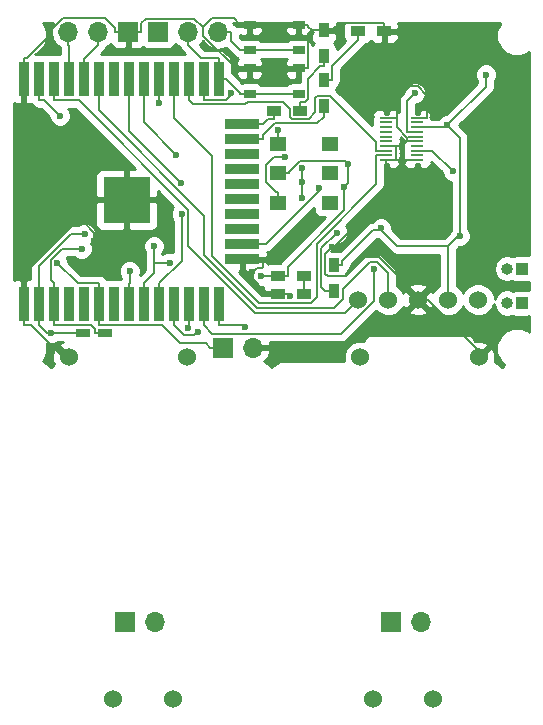
<source format=gtl>
G04 #@! TF.FileFunction,Copper,L1,Top,Signal*
%FSLAX46Y46*%
G04 Gerber Fmt 4.6, Leading zero omitted, Abs format (unit mm)*
G04 Created by KiCad (PCBNEW 4.0.1-stable) date 2019/02/07 19:56:50*
%MOMM*%
G01*
G04 APERTURE LIST*
%ADD10C,0.100000*%
%ADD11R,1.200000X0.750000*%
%ADD12R,0.900000X1.200000*%
%ADD13R,1.200000X0.900000*%
%ADD14R,1.700000X1.700000*%
%ADD15O,1.700000X1.700000*%
%ADD16R,1.000000X1.000000*%
%ADD17O,1.000000X1.000000*%
%ADD18C,1.524000*%
%ADD19R,1.050000X0.650000*%
%ADD20R,1.400000X1.200000*%
%ADD21R,0.900000X3.000000*%
%ADD22R,3.000000X0.900000*%
%ADD23R,4.000000X4.000000*%
%ADD24R,1.140000X0.200000*%
%ADD25C,0.600000*%
%ADD26C,0.180000*%
%ADD27C,0.254000*%
G04 APERTURE END LIST*
D10*
D11*
X86500000Y-116950000D03*
X88400000Y-116950000D03*
D12*
X106900000Y-91300000D03*
X106900000Y-93500000D03*
D13*
X112000000Y-91400000D03*
X109800000Y-91400000D03*
X105200000Y-112100000D03*
X103000000Y-112100000D03*
D14*
X92870000Y-91430000D03*
D15*
X95410000Y-91430000D03*
X97950000Y-91430000D03*
D14*
X90330000Y-91430000D03*
D15*
X87790000Y-91430000D03*
X85250000Y-91430000D03*
D16*
X123700000Y-111500000D03*
D17*
X122430000Y-111500000D03*
D16*
X123700000Y-114400000D03*
D17*
X122430000Y-114400000D03*
D14*
X98400000Y-118200000D03*
D15*
X100940000Y-118200000D03*
D18*
X95300000Y-119000000D03*
X85300000Y-119000000D03*
X110000000Y-119000000D03*
X120000000Y-119000000D03*
D13*
X104900000Y-98100000D03*
X102700000Y-98100000D03*
D12*
X106900000Y-95550000D03*
X106900000Y-97750000D03*
X107750000Y-111200000D03*
X107750000Y-113400000D03*
D13*
X105200000Y-113600000D03*
X103000000Y-113600000D03*
D19*
X100625000Y-90825000D03*
X104775000Y-90825000D03*
X100625000Y-92975000D03*
X104775000Y-92975000D03*
X104775000Y-96675000D03*
X100625000Y-96675000D03*
X104775000Y-94525000D03*
X100625000Y-94525000D03*
D20*
X103000000Y-100900000D03*
X103000000Y-103400000D03*
X103000000Y-105900000D03*
X107400000Y-100900000D03*
X107400000Y-103400000D03*
X107400000Y-105900000D03*
D21*
X81500000Y-114500000D03*
X82770000Y-114500000D03*
X84040000Y-114500000D03*
X85310000Y-114500000D03*
X86580000Y-114500000D03*
X87850000Y-114500000D03*
X89120000Y-114500000D03*
X90390000Y-114500000D03*
X91660000Y-114500000D03*
X92930000Y-114500000D03*
X94200000Y-114500000D03*
X95470000Y-114500000D03*
X96740000Y-114500000D03*
X98010000Y-114500000D03*
D22*
X100000000Y-110700000D03*
X99950000Y-109420000D03*
X99950000Y-108150000D03*
X99950000Y-106880000D03*
X99950000Y-105610000D03*
X99950000Y-104340000D03*
X99950000Y-103070000D03*
X99950000Y-101800000D03*
X99950000Y-100530000D03*
X99950000Y-99260000D03*
D21*
X98010000Y-95450000D03*
X96740000Y-95450000D03*
X95470000Y-95450000D03*
X94200000Y-95450000D03*
X92930000Y-95450000D03*
X91660000Y-95450000D03*
X90390000Y-95450000D03*
X89120000Y-95450000D03*
X87850000Y-95450000D03*
X86580000Y-95450000D03*
X85310000Y-95450000D03*
X84040000Y-95450000D03*
X82770000Y-95450000D03*
X81500000Y-95450000D03*
D23*
X90200000Y-105650000D03*
D24*
X114820000Y-102300000D03*
X112180000Y-102300000D03*
X114820000Y-101900000D03*
X112180000Y-101900000D03*
X114820000Y-101500000D03*
X112180000Y-101500000D03*
X114820000Y-101100000D03*
X112180000Y-101100000D03*
X114820000Y-100700000D03*
X112180000Y-100700000D03*
X114820000Y-100300000D03*
X112180000Y-100300000D03*
X114820000Y-99900000D03*
X112180000Y-99900000D03*
X114820000Y-99500000D03*
X112180000Y-99500000D03*
X114820000Y-99100000D03*
X112180000Y-99100000D03*
X114820000Y-98700000D03*
X112180000Y-98700000D03*
D18*
X109800000Y-114100000D03*
X112340000Y-114100000D03*
X114880000Y-114100000D03*
X117420000Y-114100000D03*
X119960000Y-114100000D03*
X89060000Y-147900000D03*
X94140000Y-147900000D03*
X111060000Y-147900000D03*
X116140000Y-147900000D03*
D14*
X90100000Y-141400000D03*
D15*
X92640000Y-141400000D03*
D14*
X112600000Y-141400000D03*
D15*
X115140000Y-141400000D03*
D25*
X117342400Y-99362500D03*
X120630200Y-95051600D03*
X111732300Y-108078900D03*
X118425000Y-108726200D03*
X86685800Y-108526500D03*
X83819500Y-116950000D03*
X105086300Y-102964500D03*
X105086300Y-105480800D03*
X105086300Y-104180900D03*
X86400000Y-109783600D03*
X87471600Y-109108000D03*
X100843400Y-111754600D03*
X104081500Y-113822100D03*
X107594300Y-109661200D03*
X112000000Y-92610000D03*
X101588700Y-112113100D03*
X108637900Y-104564100D03*
X108936000Y-102627000D03*
X114634500Y-96630800D03*
X84350200Y-111000200D03*
X117830600Y-103241200D03*
X92517300Y-109567400D03*
X93846800Y-110990900D03*
X90459200Y-111679700D03*
X103621400Y-101996800D03*
X103000000Y-99776500D03*
X100269600Y-116432800D03*
X92930000Y-97438400D03*
X84556400Y-98538900D03*
X94429700Y-101835900D03*
X94838900Y-104247400D03*
X108048900Y-108443500D03*
X94859800Y-106855200D03*
X96251800Y-116814300D03*
X95436100Y-116496100D03*
X111150400Y-111526700D03*
X106517900Y-104627600D03*
X99042200Y-96638800D03*
D26*
X114820000Y-99500000D02*
X115660300Y-99500000D01*
X117204900Y-99500000D02*
X117342400Y-99362500D01*
X115660300Y-99500000D02*
X117204900Y-99500000D01*
X120630200Y-96074700D02*
X120630200Y-95051600D01*
X117342400Y-99362500D02*
X120630200Y-96074700D01*
X117420000Y-114100000D02*
X117420000Y-109575700D01*
X118425000Y-100445100D02*
X117342400Y-99362500D01*
X118425000Y-108726200D02*
X118425000Y-100445100D01*
X118269500Y-108726200D02*
X118425000Y-108726200D01*
X117420000Y-109575700D02*
X118269500Y-108726200D01*
X82770000Y-114500000D02*
X82770000Y-116270300D01*
X107750000Y-111200000D02*
X108470300Y-111200000D01*
X111732300Y-108209300D02*
X111732300Y-108078900D01*
X113098700Y-109575700D02*
X111732300Y-108209300D01*
X117420000Y-109575700D02*
X113098700Y-109575700D01*
X108470300Y-110839800D02*
X108470300Y-111200000D01*
X111100800Y-108209300D02*
X108470300Y-110839800D01*
X111732300Y-108209300D02*
X111100800Y-108209300D01*
X105086300Y-102964500D02*
X105086300Y-104180900D01*
X83449700Y-116950000D02*
X83819500Y-116950000D01*
X82770000Y-116270300D02*
X83449700Y-116950000D01*
X83819500Y-116950000D02*
X86500000Y-116950000D01*
X82770000Y-111244300D02*
X82770000Y-114500000D01*
X85487800Y-108526500D02*
X82770000Y-111244300D01*
X86685800Y-108526500D02*
X85487800Y-108526500D01*
X105086300Y-104180900D02*
X105086300Y-105480800D01*
X104775000Y-92975000D02*
X100625000Y-92975000D01*
X88400000Y-116950000D02*
X87529700Y-116950000D01*
X84040000Y-115385100D02*
X84040000Y-116270300D01*
X99070300Y-92215600D02*
X99829700Y-92975000D01*
X99070300Y-91430000D02*
X99070300Y-92215600D01*
X100625000Y-92975000D02*
X99829700Y-92975000D01*
X97950000Y-91430000D02*
X99070300Y-91430000D01*
X87529700Y-116598400D02*
X87529700Y-116950000D01*
X87201600Y-116270300D02*
X87529700Y-116598400D01*
X84040000Y-116270300D02*
X87201600Y-116270300D01*
X84040000Y-115385100D02*
X84040000Y-114500000D01*
X84040000Y-114500000D02*
X84040000Y-112729700D01*
X84740400Y-109783600D02*
X86400000Y-109783600D01*
X83779800Y-110744200D02*
X84740400Y-109783600D01*
X83779800Y-112469500D02*
X83779800Y-110744200D01*
X84040000Y-112729700D02*
X83779800Y-112469500D01*
X114820000Y-100300000D02*
X114420000Y-100300000D01*
X114820000Y-100700000D02*
X113979700Y-100700000D01*
X106900000Y-91300000D02*
X106179700Y-91300000D01*
X81765200Y-93679700D02*
X81500000Y-93679700D01*
X83727600Y-91717300D02*
X81765200Y-93679700D01*
X83727600Y-91367900D02*
X83727600Y-91717300D01*
X84815100Y-90280400D02*
X83727600Y-91367900D01*
X88340200Y-90280400D02*
X84815100Y-90280400D01*
X89209700Y-91149900D02*
X88340200Y-90280400D01*
X89209700Y-91430000D02*
X89209700Y-91149900D01*
X90330000Y-91430000D02*
X89209700Y-91430000D01*
X81500000Y-95450000D02*
X81500000Y-93679700D01*
X90200000Y-105650000D02*
X87929700Y-105650000D01*
X81500000Y-99220300D02*
X87929700Y-105650000D01*
X81500000Y-95450000D02*
X81500000Y-99220300D01*
X104775000Y-94525000D02*
X105570300Y-94525000D01*
X112180000Y-98700000D02*
X113020300Y-98700000D01*
X112180000Y-101100000D02*
X113020300Y-101100000D01*
X112180000Y-102300000D02*
X113020300Y-102300000D01*
X114820000Y-102300000D02*
X113979700Y-102300000D01*
X113020300Y-102300000D02*
X113979700Y-102300000D01*
X113020300Y-102300000D02*
X113020300Y-101100000D01*
X113579700Y-101100000D02*
X113979700Y-100700000D01*
X113020300Y-101100000D02*
X113579700Y-101100000D01*
X114101900Y-100300000D02*
X113979700Y-100422200D01*
X114420000Y-100300000D02*
X114101900Y-100300000D01*
X113979700Y-100422200D02*
X113979700Y-100700000D01*
X86485500Y-107094200D02*
X86485500Y-107460500D01*
X87929700Y-105650000D02*
X86485500Y-107094200D01*
X103000000Y-113600000D02*
X102129700Y-113600000D01*
X100927400Y-111754600D02*
X100843400Y-111754600D01*
X100927400Y-112397700D02*
X100927400Y-111754600D01*
X102129700Y-113600000D02*
X100927400Y-112397700D01*
X101770300Y-111330300D02*
X101770300Y-110700000D01*
X101680300Y-111420300D02*
X101770300Y-111330300D01*
X101261700Y-111420300D02*
X101680300Y-111420300D01*
X100927400Y-111754600D02*
X101261700Y-111420300D01*
X100000000Y-110700000D02*
X101770300Y-110700000D01*
X103000000Y-113600000D02*
X103870300Y-113600000D01*
X104081500Y-113811200D02*
X104081500Y-113822100D01*
X103870300Y-113600000D02*
X104081500Y-113811200D01*
X113020300Y-98700000D02*
X113069000Y-98700000D01*
X113069000Y-99511500D02*
X113979700Y-100422200D01*
X113069000Y-98700000D02*
X113069000Y-99511500D01*
X114820000Y-98700000D02*
X115660300Y-98700000D01*
X115682800Y-114100000D02*
X114880000Y-114100000D01*
X120000000Y-118417200D02*
X115682800Y-114100000D01*
X120000000Y-119000000D02*
X120000000Y-118417200D01*
X108240600Y-90679700D02*
X107620300Y-91300000D01*
X112000000Y-90679700D02*
X108240600Y-90679700D01*
X112000000Y-91400000D02*
X112000000Y-90679700D01*
X106900000Y-91300000D02*
X107620300Y-91300000D01*
X87471600Y-108446600D02*
X87471600Y-109108000D01*
X86485500Y-107460500D02*
X87471600Y-108446600D01*
X90330000Y-91430000D02*
X91450300Y-91430000D01*
X100625000Y-94525000D02*
X99829700Y-94525000D01*
X104775000Y-90825000D02*
X105570300Y-90825000D01*
X105570300Y-90995300D02*
X105570300Y-90825000D01*
X105875000Y-91300000D02*
X105570300Y-90995300D01*
X106179700Y-91300000D02*
X105875000Y-91300000D01*
X105570300Y-91604700D02*
X105570300Y-94525000D01*
X105875000Y-91300000D02*
X105570300Y-91604700D01*
X104775000Y-90825000D02*
X100625000Y-90825000D01*
X97436700Y-90280400D02*
X96680000Y-91037100D01*
X99285100Y-90280400D02*
X97436700Y-90280400D01*
X99829700Y-90825000D02*
X99285100Y-90280400D01*
X96680000Y-91764800D02*
X96680000Y-91037100D01*
X99440200Y-94525000D02*
X96680000Y-91764800D01*
X99829700Y-94525000D02*
X99440200Y-94525000D01*
X91450300Y-90729800D02*
X91450300Y-91430000D01*
X91870400Y-90309700D02*
X91450300Y-90729800D01*
X95952600Y-90309700D02*
X91870400Y-90309700D01*
X96680000Y-91037100D02*
X95952600Y-90309700D01*
X100625000Y-90825000D02*
X99829700Y-90825000D01*
X114880000Y-113840300D02*
X114880000Y-114100000D01*
X111565400Y-110525700D02*
X114880000Y-113840300D01*
X110325000Y-110525700D02*
X111565400Y-110525700D01*
X108739900Y-112110800D02*
X110325000Y-110525700D01*
X107218800Y-112110800D02*
X108739900Y-112110800D01*
X107029700Y-111921700D02*
X107218800Y-112110800D01*
X107029700Y-110225800D02*
X107029700Y-111921700D01*
X107594300Y-109661200D02*
X107029700Y-110225800D01*
X112180000Y-105209500D02*
X112180000Y-102300000D01*
X107728300Y-109661200D02*
X112180000Y-105209500D01*
X107594300Y-109661200D02*
X107728300Y-109661200D01*
X113069000Y-97231800D02*
X114240400Y-96060400D01*
X113069000Y-98700000D02*
X113069000Y-97231800D01*
X115660300Y-96829100D02*
X115660300Y-98700000D01*
X114891600Y-96060400D02*
X115660300Y-96829100D01*
X114240400Y-96060400D02*
X114891600Y-96060400D01*
X112000000Y-93820000D02*
X112000000Y-92610000D01*
X114240400Y-96060400D02*
X112000000Y-93820000D01*
X112000000Y-92610000D02*
X112000000Y-91400000D01*
X81500000Y-111970600D02*
X81500000Y-114500000D01*
X86010100Y-107460500D02*
X81500000Y-111970600D01*
X86485500Y-107460500D02*
X86010100Y-107460500D01*
X84860200Y-119000000D02*
X85300000Y-119000000D01*
X82130500Y-116270300D02*
X84860200Y-119000000D01*
X81500000Y-116270300D02*
X82130500Y-116270300D01*
X81500000Y-114500000D02*
X81500000Y-116270300D01*
X103000000Y-103400000D02*
X103970300Y-103400000D01*
X103000000Y-112100000D02*
X103870300Y-112100000D01*
X103000000Y-112100000D02*
X102129700Y-112100000D01*
X102116600Y-112113100D02*
X101588700Y-112113100D01*
X102129700Y-112100000D02*
X102116600Y-112113100D01*
X103870300Y-111306000D02*
X103870300Y-112100000D01*
X108637900Y-106538400D02*
X103870300Y-111306000D01*
X108637900Y-104564100D02*
X108637900Y-106538400D01*
X108936000Y-104266000D02*
X108936000Y-102627000D01*
X108637900Y-104564100D02*
X108936000Y-104266000D01*
X103970300Y-103274000D02*
X103970300Y-103400000D01*
X104850100Y-102394200D02*
X103970300Y-103274000D01*
X108703200Y-102394200D02*
X104850100Y-102394200D01*
X108936000Y-102627000D02*
X108703200Y-102394200D01*
X113979700Y-97285600D02*
X114634500Y-96630800D01*
X113979700Y-99900000D02*
X113979700Y-97285600D01*
X114820000Y-99900000D02*
X113979700Y-99900000D01*
X96895400Y-117815700D02*
X97279700Y-118200000D01*
X94750600Y-117815700D02*
X96895400Y-117815700D01*
X93205200Y-116270300D02*
X94750600Y-117815700D01*
X87850000Y-116270300D02*
X93205200Y-116270300D01*
X98400000Y-118200000D02*
X97279700Y-118200000D01*
X87850000Y-115295100D02*
X87850000Y-116270300D01*
X87850000Y-115295100D02*
X87850000Y-114500000D01*
X86079700Y-112729700D02*
X84350200Y-111000200D01*
X87850000Y-112729700D02*
X86079700Y-112729700D01*
X87850000Y-114500000D02*
X87850000Y-112729700D01*
X106616000Y-94370300D02*
X106900000Y-94370300D01*
X105570400Y-95415900D02*
X106616000Y-94370300D01*
X105570400Y-97128400D02*
X105570400Y-95415900D01*
X105319100Y-97379700D02*
X105570400Y-97128400D01*
X104900000Y-97379700D02*
X105319100Y-97379700D01*
X104900000Y-98100000D02*
X104900000Y-97379700D01*
X106900000Y-93500000D02*
X106900000Y-94370300D01*
X107620300Y-94300000D02*
X109800000Y-92120300D01*
X107620300Y-95550000D02*
X107620300Y-94300000D01*
X106900000Y-95550000D02*
X107620300Y-95550000D01*
X109800000Y-91400000D02*
X109800000Y-92120300D01*
X116089400Y-101500000D02*
X117830600Y-103241200D01*
X114820000Y-101500000D02*
X116089400Y-101500000D01*
X105200000Y-113600000D02*
X105200000Y-112100000D01*
X91660000Y-114500000D02*
X91660000Y-112729700D01*
X92517300Y-110990900D02*
X93846800Y-110990900D01*
X92517300Y-111872400D02*
X92517300Y-110990900D01*
X91660000Y-112729700D02*
X92517300Y-111872400D01*
X92517300Y-110990900D02*
X92517300Y-109567400D01*
X90390000Y-114500000D02*
X90390000Y-112729700D01*
X90459200Y-112660500D02*
X90459200Y-111679700D01*
X90390000Y-112729700D02*
X90459200Y-112660500D01*
X103000000Y-105900000D02*
X103000000Y-105029700D01*
X103621400Y-101996900D02*
X103621400Y-101996800D01*
X102720900Y-101996900D02*
X103621400Y-101996900D01*
X102029600Y-102688200D02*
X102720900Y-101996900D01*
X102029600Y-104168100D02*
X102029600Y-102688200D01*
X102891200Y-105029700D02*
X102029600Y-104168100D01*
X103000000Y-105029700D02*
X102891200Y-105029700D01*
X100625000Y-96675000D02*
X104775000Y-96675000D01*
X100625000Y-96675000D02*
X99829700Y-96675000D01*
X95410000Y-91430000D02*
X95410000Y-92550300D01*
X96539400Y-93679700D02*
X95410000Y-92550300D01*
X98010000Y-93679700D02*
X96539400Y-93679700D01*
X98010000Y-95450000D02*
X98010000Y-93679700D01*
X98660000Y-95450000D02*
X98010000Y-95450000D01*
X99829700Y-96619700D02*
X98660000Y-95450000D01*
X99829700Y-96675000D02*
X99829700Y-96619700D01*
X86660600Y-93679700D02*
X87790000Y-92550300D01*
X86580000Y-93679700D02*
X86660600Y-93679700D01*
X87790000Y-91430000D02*
X87790000Y-92550300D01*
X86580000Y-95450000D02*
X86580000Y-93679700D01*
X85310000Y-92610300D02*
X85250000Y-92550300D01*
X85310000Y-95450000D02*
X85310000Y-92610300D01*
X85250000Y-91430000D02*
X85250000Y-92550300D01*
X103000000Y-100900000D02*
X103000000Y-99776500D01*
X100107100Y-116270300D02*
X100269600Y-116432800D01*
X98010000Y-116270300D02*
X100107100Y-116270300D01*
X98010000Y-114500000D02*
X98010000Y-116270300D01*
X92930000Y-95450000D02*
X92930000Y-97438400D01*
X82770000Y-95450000D02*
X82770000Y-97220300D01*
X83237800Y-97220300D02*
X82770000Y-97220300D01*
X84556400Y-98538900D02*
X83237800Y-97220300D01*
X91660000Y-99066200D02*
X91660000Y-95450000D01*
X94429700Y-101835900D02*
X91660000Y-99066200D01*
X90390000Y-99798500D02*
X90390000Y-95450000D01*
X94838900Y-104247400D02*
X90390000Y-99798500D01*
X102160000Y-98820300D02*
X102700000Y-98820300D01*
X101720300Y-99260000D02*
X102160000Y-98820300D01*
X99950000Y-99260000D02*
X101720300Y-99260000D01*
X102700000Y-98100000D02*
X102700000Y-98820300D01*
X106339500Y-99180800D02*
X106900000Y-98620300D01*
X102730000Y-99180800D02*
X106339500Y-99180800D01*
X101720300Y-100190500D02*
X102730000Y-99180800D01*
X101720300Y-100530000D02*
X101720300Y-100190500D01*
X99950000Y-100530000D02*
X101720300Y-100530000D01*
X106900000Y-97750000D02*
X106900000Y-98620300D01*
X107750000Y-113400000D02*
X107029700Y-113400000D01*
X106669400Y-113039700D02*
X107029700Y-113400000D01*
X106669400Y-109779600D02*
X106669400Y-113039700D01*
X108005500Y-108443500D02*
X106669400Y-109779600D01*
X108048900Y-108443500D02*
X108005500Y-108443500D01*
X92930000Y-114500000D02*
X92930000Y-112729700D01*
X94859800Y-110799900D02*
X92930000Y-112729700D01*
X94859800Y-106855200D02*
X94859800Y-110799900D01*
X95076300Y-117146600D02*
X94200000Y-116270300D01*
X95919500Y-117146600D02*
X95076300Y-117146600D01*
X96251800Y-116814300D02*
X95919500Y-117146600D01*
X94200000Y-114500000D02*
X94200000Y-116270300D01*
X95436100Y-116304200D02*
X95436100Y-116496100D01*
X95470000Y-116270300D02*
X95436100Y-116304200D01*
X95470000Y-114500000D02*
X95470000Y-116270300D01*
X96740000Y-114500000D02*
X96740000Y-116270300D01*
X111150400Y-114238700D02*
X111150400Y-111526700D01*
X108386000Y-117003100D02*
X111150400Y-114238700D01*
X97472800Y-117003100D02*
X108386000Y-117003100D01*
X96740000Y-116270300D02*
X97472800Y-117003100D01*
X101975500Y-109420000D02*
X99950000Y-109420000D01*
X106517900Y-104877600D02*
X101975500Y-109420000D01*
X106517900Y-104627600D02*
X106517900Y-104877600D01*
X98606200Y-97220300D02*
X96740000Y-97220300D01*
X99042200Y-96784300D02*
X98606200Y-97220300D01*
X99042200Y-96638800D02*
X99042200Y-96784300D01*
X96740000Y-95450000D02*
X96740000Y-97220300D01*
X95838300Y-97588600D02*
X95470000Y-97220300D01*
X100267400Y-97588600D02*
X95838300Y-97588600D01*
X100476400Y-97379600D02*
X100267400Y-97588600D01*
X103468800Y-97379600D02*
X100476400Y-97379600D01*
X104029700Y-97940500D02*
X103468800Y-97379600D01*
X104029700Y-98661900D02*
X104029700Y-97940500D01*
X104188100Y-98820300D02*
X104029700Y-98661900D01*
X105612900Y-98820300D02*
X104188100Y-98820300D01*
X106179600Y-98253600D02*
X105612900Y-98820300D01*
X106179600Y-97028900D02*
X106179600Y-98253600D01*
X106360500Y-96848000D02*
X106179600Y-97028900D01*
X107443600Y-96848000D02*
X106360500Y-96848000D01*
X111339700Y-100744100D02*
X107443600Y-96848000D01*
X111339700Y-101500000D02*
X111339700Y-100744100D01*
X112180000Y-101500000D02*
X111339700Y-101500000D01*
X95470000Y-95450000D02*
X95470000Y-97220300D01*
X112180000Y-101900000D02*
X111339700Y-101900000D01*
X94200000Y-98735700D02*
X94200000Y-95450000D01*
X97401300Y-101937000D02*
X94200000Y-98735700D01*
X97401300Y-110433500D02*
X97401300Y-101937000D01*
X101381600Y-114413800D02*
X97401300Y-110433500D01*
X105821100Y-114413800D02*
X101381600Y-114413800D01*
X106309100Y-113925800D02*
X105821100Y-114413800D01*
X106309100Y-109376800D02*
X106309100Y-113925800D01*
X111339700Y-104346200D02*
X106309100Y-109376800D01*
X111339700Y-101900000D02*
X111339700Y-104346200D01*
X87850000Y-98094500D02*
X87850000Y-95450000D01*
X96760800Y-107005300D02*
X87850000Y-98094500D01*
X96760800Y-110348900D02*
X96760800Y-107005300D01*
X101255500Y-114843600D02*
X96760800Y-110348900D01*
X107806700Y-114843600D02*
X101255500Y-114843600D01*
X108565300Y-114085000D02*
X107806700Y-114843600D01*
X108565300Y-113230000D02*
X108565300Y-114085000D01*
X110852400Y-110942900D02*
X108565300Y-113230000D01*
X111415900Y-110942900D02*
X110852400Y-110942900D01*
X112340000Y-111867000D02*
X111415900Y-110942900D01*
X112340000Y-114100000D02*
X112340000Y-111867000D01*
X84040000Y-95450000D02*
X84040000Y-97220300D01*
X86163000Y-97220300D02*
X84040000Y-97220300D01*
X95430100Y-106487400D02*
X86163000Y-97220300D01*
X95430100Y-109527900D02*
X95430100Y-106487400D01*
X101106200Y-115204000D02*
X95430100Y-109527900D01*
X108696000Y-115204000D02*
X101106200Y-115204000D01*
X109800000Y-114100000D02*
X108696000Y-115204000D01*
D27*
G36*
X111487243Y-108989547D02*
X112586047Y-110088352D01*
X112708223Y-110169987D01*
X112821255Y-110245513D01*
X113098700Y-110300700D01*
X116695000Y-110300700D01*
X116695000Y-112888007D01*
X116629697Y-112914990D01*
X116236371Y-113307630D01*
X116156605Y-113499727D01*
X116102397Y-113368857D01*
X115860213Y-113299392D01*
X115059605Y-114100000D01*
X115860213Y-114900608D01*
X116102397Y-114831143D01*
X116152509Y-114690682D01*
X116234990Y-114890303D01*
X116627630Y-115283629D01*
X117140900Y-115496757D01*
X117696661Y-115497242D01*
X118210303Y-115285010D01*
X118603629Y-114892370D01*
X118689949Y-114684488D01*
X118774990Y-114890303D01*
X119167630Y-115283629D01*
X119680900Y-115496757D01*
X120236661Y-115497242D01*
X120750303Y-115285010D01*
X121143629Y-114892370D01*
X121309201Y-114493628D01*
X121381397Y-114856582D01*
X121627434Y-115224802D01*
X121995654Y-115470839D01*
X122430000Y-115557236D01*
X122864346Y-115470839D01*
X122887759Y-115455195D01*
X122948110Y-115496431D01*
X123200000Y-115547440D01*
X124200000Y-115547440D01*
X124290000Y-115530505D01*
X124290000Y-116836012D01*
X124234082Y-116779996D01*
X123596627Y-116515301D01*
X122906401Y-116514699D01*
X122268485Y-116778281D01*
X121779996Y-117265918D01*
X121515301Y-117903373D01*
X121514699Y-118593599D01*
X121778281Y-119231515D01*
X122177082Y-119631013D01*
X122152142Y-119655954D01*
X122056105Y-119751990D01*
X122000000Y-119835955D01*
X121943895Y-119751989D01*
X121797448Y-119605544D01*
X121748010Y-119556105D01*
X121585800Y-119447718D01*
X121585797Y-119447717D01*
X121585796Y-119447716D01*
X121357283Y-119353063D01*
X121409144Y-119207698D01*
X121381362Y-118652632D01*
X121222397Y-118268857D01*
X120980213Y-118199392D01*
X120179605Y-119000000D01*
X120193748Y-119014143D01*
X120014143Y-119193748D01*
X120000000Y-119179605D01*
X119985858Y-119193748D01*
X119806253Y-119014143D01*
X119820395Y-119000000D01*
X119806253Y-118985858D01*
X119985858Y-118806253D01*
X120000000Y-118820395D01*
X120800608Y-118019787D01*
X120731143Y-117777603D01*
X120207698Y-117590856D01*
X119673715Y-117617583D01*
X119655954Y-117528295D01*
X119502046Y-117297954D01*
X119271705Y-117144046D01*
X119000000Y-117090000D01*
X111000000Y-117090000D01*
X110728295Y-117144046D01*
X110497954Y-117297954D01*
X110344046Y-117528295D01*
X110325320Y-117622435D01*
X110279100Y-117603243D01*
X109723339Y-117602758D01*
X109209697Y-117814990D01*
X108816371Y-118207630D01*
X108603243Y-118720900D01*
X108602758Y-119276661D01*
X108608270Y-119290000D01*
X103500000Y-119290000D01*
X103431416Y-119303642D01*
X103170145Y-119341702D01*
X102914204Y-119447716D01*
X102914203Y-119447717D01*
X102914200Y-119447718D01*
X102751989Y-119556105D01*
X102652142Y-119655954D01*
X102556105Y-119751990D01*
X102500000Y-119835955D01*
X102443895Y-119751989D01*
X102297448Y-119605544D01*
X102248010Y-119556105D01*
X102085800Y-119447718D01*
X102085797Y-119447717D01*
X102085796Y-119447716D01*
X101843368Y-119347299D01*
X102135183Y-119081358D01*
X102381486Y-118556892D01*
X102260819Y-118327000D01*
X101067000Y-118327000D01*
X101067000Y-118347000D01*
X100813000Y-118347000D01*
X100813000Y-118327000D01*
X100793000Y-118327000D01*
X100793000Y-118073000D01*
X100813000Y-118073000D01*
X100813000Y-118053000D01*
X101067000Y-118053000D01*
X101067000Y-118073000D01*
X102260819Y-118073000D01*
X102381486Y-117843108D01*
X102327475Y-117728100D01*
X108386000Y-117728100D01*
X108617415Y-117682069D01*
X108663446Y-117672913D01*
X108898652Y-117515752D01*
X111339384Y-115075020D01*
X111547630Y-115283629D01*
X112060900Y-115496757D01*
X112616661Y-115497242D01*
X113130303Y-115285010D01*
X113335457Y-115080213D01*
X114079392Y-115080213D01*
X114148857Y-115322397D01*
X114672302Y-115509144D01*
X115227368Y-115481362D01*
X115611143Y-115322397D01*
X115680608Y-115080213D01*
X114880000Y-114279605D01*
X114079392Y-115080213D01*
X113335457Y-115080213D01*
X113523629Y-114892370D01*
X113603395Y-114700273D01*
X113657603Y-114831143D01*
X113899787Y-114900608D01*
X114700395Y-114100000D01*
X113899787Y-113299392D01*
X113657603Y-113368857D01*
X113607491Y-113509318D01*
X113525010Y-113309697D01*
X113335432Y-113119787D01*
X114079392Y-113119787D01*
X114880000Y-113920395D01*
X115680608Y-113119787D01*
X115611143Y-112877603D01*
X115087698Y-112690856D01*
X114532632Y-112718638D01*
X114148857Y-112877603D01*
X114079392Y-113119787D01*
X113335432Y-113119787D01*
X113132370Y-112916371D01*
X113065000Y-112888397D01*
X113065000Y-111867000D01*
X113040634Y-111744501D01*
X113009813Y-111589554D01*
X112852653Y-111354348D01*
X111928552Y-110430248D01*
X111693346Y-110273087D01*
X111647315Y-110263931D01*
X111415900Y-110217900D01*
X110852400Y-110217900D01*
X110574954Y-110273087D01*
X110339748Y-110430247D01*
X108816320Y-111953676D01*
X108846691Y-111803699D01*
X108982952Y-111712652D01*
X109140113Y-111477445D01*
X109195300Y-111200000D01*
X109195300Y-111140104D01*
X111387341Y-108948064D01*
X111487243Y-108989547D01*
X111487243Y-108989547D01*
G37*
X111487243Y-108989547D02*
X112586047Y-110088352D01*
X112708223Y-110169987D01*
X112821255Y-110245513D01*
X113098700Y-110300700D01*
X116695000Y-110300700D01*
X116695000Y-112888007D01*
X116629697Y-112914990D01*
X116236371Y-113307630D01*
X116156605Y-113499727D01*
X116102397Y-113368857D01*
X115860213Y-113299392D01*
X115059605Y-114100000D01*
X115860213Y-114900608D01*
X116102397Y-114831143D01*
X116152509Y-114690682D01*
X116234990Y-114890303D01*
X116627630Y-115283629D01*
X117140900Y-115496757D01*
X117696661Y-115497242D01*
X118210303Y-115285010D01*
X118603629Y-114892370D01*
X118689949Y-114684488D01*
X118774990Y-114890303D01*
X119167630Y-115283629D01*
X119680900Y-115496757D01*
X120236661Y-115497242D01*
X120750303Y-115285010D01*
X121143629Y-114892370D01*
X121309201Y-114493628D01*
X121381397Y-114856582D01*
X121627434Y-115224802D01*
X121995654Y-115470839D01*
X122430000Y-115557236D01*
X122864346Y-115470839D01*
X122887759Y-115455195D01*
X122948110Y-115496431D01*
X123200000Y-115547440D01*
X124200000Y-115547440D01*
X124290000Y-115530505D01*
X124290000Y-116836012D01*
X124234082Y-116779996D01*
X123596627Y-116515301D01*
X122906401Y-116514699D01*
X122268485Y-116778281D01*
X121779996Y-117265918D01*
X121515301Y-117903373D01*
X121514699Y-118593599D01*
X121778281Y-119231515D01*
X122177082Y-119631013D01*
X122152142Y-119655954D01*
X122056105Y-119751990D01*
X122000000Y-119835955D01*
X121943895Y-119751989D01*
X121797448Y-119605544D01*
X121748010Y-119556105D01*
X121585800Y-119447718D01*
X121585797Y-119447717D01*
X121585796Y-119447716D01*
X121357283Y-119353063D01*
X121409144Y-119207698D01*
X121381362Y-118652632D01*
X121222397Y-118268857D01*
X120980213Y-118199392D01*
X120179605Y-119000000D01*
X120193748Y-119014143D01*
X120014143Y-119193748D01*
X120000000Y-119179605D01*
X119985858Y-119193748D01*
X119806253Y-119014143D01*
X119820395Y-119000000D01*
X119806253Y-118985858D01*
X119985858Y-118806253D01*
X120000000Y-118820395D01*
X120800608Y-118019787D01*
X120731143Y-117777603D01*
X120207698Y-117590856D01*
X119673715Y-117617583D01*
X119655954Y-117528295D01*
X119502046Y-117297954D01*
X119271705Y-117144046D01*
X119000000Y-117090000D01*
X111000000Y-117090000D01*
X110728295Y-117144046D01*
X110497954Y-117297954D01*
X110344046Y-117528295D01*
X110325320Y-117622435D01*
X110279100Y-117603243D01*
X109723339Y-117602758D01*
X109209697Y-117814990D01*
X108816371Y-118207630D01*
X108603243Y-118720900D01*
X108602758Y-119276661D01*
X108608270Y-119290000D01*
X103500000Y-119290000D01*
X103431416Y-119303642D01*
X103170145Y-119341702D01*
X102914204Y-119447716D01*
X102914203Y-119447717D01*
X102914200Y-119447718D01*
X102751989Y-119556105D01*
X102652142Y-119655954D01*
X102556105Y-119751990D01*
X102500000Y-119835955D01*
X102443895Y-119751989D01*
X102297448Y-119605544D01*
X102248010Y-119556105D01*
X102085800Y-119447718D01*
X102085797Y-119447717D01*
X102085796Y-119447716D01*
X101843368Y-119347299D01*
X102135183Y-119081358D01*
X102381486Y-118556892D01*
X102260819Y-118327000D01*
X101067000Y-118327000D01*
X101067000Y-118347000D01*
X100813000Y-118347000D01*
X100813000Y-118327000D01*
X100793000Y-118327000D01*
X100793000Y-118073000D01*
X100813000Y-118073000D01*
X100813000Y-118053000D01*
X101067000Y-118053000D01*
X101067000Y-118073000D01*
X102260819Y-118073000D01*
X102381486Y-117843108D01*
X102327475Y-117728100D01*
X108386000Y-117728100D01*
X108617415Y-117682069D01*
X108663446Y-117672913D01*
X108898652Y-117515752D01*
X111339384Y-115075020D01*
X111547630Y-115283629D01*
X112060900Y-115496757D01*
X112616661Y-115497242D01*
X113130303Y-115285010D01*
X113335457Y-115080213D01*
X114079392Y-115080213D01*
X114148857Y-115322397D01*
X114672302Y-115509144D01*
X115227368Y-115481362D01*
X115611143Y-115322397D01*
X115680608Y-115080213D01*
X114880000Y-114279605D01*
X114079392Y-115080213D01*
X113335457Y-115080213D01*
X113523629Y-114892370D01*
X113603395Y-114700273D01*
X113657603Y-114831143D01*
X113899787Y-114900608D01*
X114700395Y-114100000D01*
X113899787Y-113299392D01*
X113657603Y-113368857D01*
X113607491Y-113509318D01*
X113525010Y-113309697D01*
X113335432Y-113119787D01*
X114079392Y-113119787D01*
X114880000Y-113920395D01*
X115680608Y-113119787D01*
X115611143Y-112877603D01*
X115087698Y-112690856D01*
X114532632Y-112718638D01*
X114148857Y-112877603D01*
X114079392Y-113119787D01*
X113335432Y-113119787D01*
X113132370Y-112916371D01*
X113065000Y-112888397D01*
X113065000Y-111867000D01*
X113040634Y-111744501D01*
X113009813Y-111589554D01*
X112852653Y-111354348D01*
X111928552Y-110430248D01*
X111693346Y-110273087D01*
X111647315Y-110263931D01*
X111415900Y-110217900D01*
X110852400Y-110217900D01*
X110574954Y-110273087D01*
X110339748Y-110430247D01*
X108816320Y-111953676D01*
X108846691Y-111803699D01*
X108982952Y-111712652D01*
X109140113Y-111477445D01*
X109195300Y-111200000D01*
X109195300Y-111140104D01*
X111387341Y-108948064D01*
X111487243Y-108989547D01*
G36*
X84568857Y-117777603D02*
X84499392Y-118019787D01*
X85300000Y-118820395D01*
X85314143Y-118806253D01*
X85493748Y-118985858D01*
X85479605Y-119000000D01*
X85493748Y-119014143D01*
X85314143Y-119193748D01*
X85300000Y-119179605D01*
X85285858Y-119193748D01*
X85106253Y-119014143D01*
X85120395Y-119000000D01*
X84319787Y-118199392D01*
X84077603Y-118268857D01*
X83890856Y-118792302D01*
X83918638Y-119347368D01*
X84018833Y-119589261D01*
X83952142Y-119655954D01*
X83856105Y-119751990D01*
X83800000Y-119835955D01*
X83743895Y-119751989D01*
X83597448Y-119605544D01*
X83548010Y-119556105D01*
X83385800Y-119447718D01*
X83385797Y-119447717D01*
X83385796Y-119447716D01*
X83129856Y-119341702D01*
X83115130Y-119338773D01*
X83220004Y-119234082D01*
X83484699Y-118596627D01*
X83485301Y-117906401D01*
X83444018Y-117806490D01*
X83632701Y-117884838D01*
X84004667Y-117885162D01*
X84348443Y-117743117D01*
X84416679Y-117675000D01*
X84816562Y-117675000D01*
X84568857Y-117777603D01*
X84568857Y-117777603D01*
G37*
X84568857Y-117777603D02*
X84499392Y-118019787D01*
X85300000Y-118820395D01*
X85314143Y-118806253D01*
X85493748Y-118985858D01*
X85479605Y-119000000D01*
X85493748Y-119014143D01*
X85314143Y-119193748D01*
X85300000Y-119179605D01*
X85285858Y-119193748D01*
X85106253Y-119014143D01*
X85120395Y-119000000D01*
X84319787Y-118199392D01*
X84077603Y-118268857D01*
X83890856Y-118792302D01*
X83918638Y-119347368D01*
X84018833Y-119589261D01*
X83952142Y-119655954D01*
X83856105Y-119751990D01*
X83800000Y-119835955D01*
X83743895Y-119751989D01*
X83597448Y-119605544D01*
X83548010Y-119556105D01*
X83385800Y-119447718D01*
X83385797Y-119447717D01*
X83385796Y-119447716D01*
X83129856Y-119341702D01*
X83115130Y-119338773D01*
X83220004Y-119234082D01*
X83484699Y-118596627D01*
X83485301Y-117906401D01*
X83444018Y-117806490D01*
X83632701Y-117884838D01*
X84004667Y-117885162D01*
X84348443Y-117743117D01*
X84416679Y-117675000D01*
X84816562Y-117675000D01*
X84568857Y-117777603D01*
G36*
X81627000Y-95323000D02*
X81647000Y-95323000D01*
X81647000Y-95577000D01*
X81627000Y-95577000D01*
X81627000Y-97426250D01*
X81785750Y-97585000D01*
X82076310Y-97585000D01*
X82136156Y-97560211D01*
X82142828Y-97561562D01*
X82257348Y-97732952D01*
X82492555Y-97890113D01*
X82770000Y-97945300D01*
X82937496Y-97945300D01*
X83621321Y-98629125D01*
X83621238Y-98724067D01*
X83763283Y-99067843D01*
X84026073Y-99331092D01*
X84369601Y-99473738D01*
X84741567Y-99474062D01*
X85085343Y-99332017D01*
X85348592Y-99069227D01*
X85491238Y-98725699D01*
X85491562Y-98353733D01*
X85349517Y-98009957D01*
X85284973Y-97945300D01*
X85862696Y-97945300D01*
X90932395Y-103015000D01*
X90485750Y-103015000D01*
X90327000Y-103173750D01*
X90327000Y-105523000D01*
X92676250Y-105523000D01*
X92835000Y-105364250D01*
X92835000Y-104917605D01*
X94155014Y-106237619D01*
X94067608Y-106324873D01*
X93924962Y-106668401D01*
X93924638Y-107040367D01*
X94066683Y-107384143D01*
X94134800Y-107452379D01*
X94134800Y-110098085D01*
X94033599Y-110056062D01*
X93661633Y-110055738D01*
X93317857Y-110197783D01*
X93249621Y-110265900D01*
X93242300Y-110265900D01*
X93242300Y-110164802D01*
X93309492Y-110097727D01*
X93452138Y-109754199D01*
X93452462Y-109382233D01*
X93310417Y-109038457D01*
X93047627Y-108775208D01*
X92704099Y-108632562D01*
X92332133Y-108632238D01*
X91988357Y-108774283D01*
X91725108Y-109037073D01*
X91582462Y-109380601D01*
X91582138Y-109752567D01*
X91724183Y-110096343D01*
X91792300Y-110164579D01*
X91792300Y-111572095D01*
X91320288Y-112044108D01*
X91394038Y-111866499D01*
X91394362Y-111494533D01*
X91252317Y-111150757D01*
X90989527Y-110887508D01*
X90645999Y-110744862D01*
X90274033Y-110744538D01*
X89930257Y-110886583D01*
X89667008Y-111149373D01*
X89524362Y-111492901D01*
X89524038Y-111864867D01*
X89666083Y-112208643D01*
X89734200Y-112276879D01*
X89734200Y-112385811D01*
X89570000Y-112352560D01*
X88670000Y-112352560D01*
X88478208Y-112388648D01*
X88477172Y-112388438D01*
X88362652Y-112217048D01*
X88127445Y-112059887D01*
X87850000Y-112004700D01*
X86380005Y-112004700D01*
X85285279Y-110909975D01*
X85285362Y-110815033D01*
X85158747Y-110508600D01*
X85802598Y-110508600D01*
X85869673Y-110575792D01*
X86213201Y-110718438D01*
X86585167Y-110718762D01*
X86928943Y-110576717D01*
X87192192Y-110313927D01*
X87334838Y-109970399D01*
X87335162Y-109598433D01*
X87218435Y-109315931D01*
X87477992Y-109056827D01*
X87620638Y-108713299D01*
X87620962Y-108341333D01*
X87478917Y-107997557D01*
X87216127Y-107734308D01*
X86872599Y-107591662D01*
X86500633Y-107591338D01*
X86156857Y-107733383D01*
X86088621Y-107801500D01*
X85487800Y-107801500D01*
X85210354Y-107856687D01*
X84975148Y-108013847D01*
X82257348Y-110731648D01*
X82100187Y-110966854D01*
X82094040Y-110997757D01*
X82045000Y-111244300D01*
X82045000Y-112365000D01*
X81785750Y-112365000D01*
X81627000Y-112523750D01*
X81627000Y-114373000D01*
X81647000Y-114373000D01*
X81647000Y-114627000D01*
X81627000Y-114627000D01*
X81627000Y-114647000D01*
X81373000Y-114647000D01*
X81373000Y-114627000D01*
X81353000Y-114627000D01*
X81353000Y-114373000D01*
X81373000Y-114373000D01*
X81373000Y-112523750D01*
X81214250Y-112365000D01*
X80923690Y-112365000D01*
X80710000Y-112453513D01*
X80710000Y-105935750D01*
X87565000Y-105935750D01*
X87565000Y-107776309D01*
X87661673Y-108009698D01*
X87840301Y-108188327D01*
X88073690Y-108285000D01*
X89914250Y-108285000D01*
X90073000Y-108126250D01*
X90073000Y-105777000D01*
X90327000Y-105777000D01*
X90327000Y-108126250D01*
X90485750Y-108285000D01*
X92326310Y-108285000D01*
X92559699Y-108188327D01*
X92738327Y-108009698D01*
X92835000Y-107776309D01*
X92835000Y-105935750D01*
X92676250Y-105777000D01*
X90327000Y-105777000D01*
X90073000Y-105777000D01*
X87723750Y-105777000D01*
X87565000Y-105935750D01*
X80710000Y-105935750D01*
X80710000Y-103523691D01*
X87565000Y-103523691D01*
X87565000Y-105364250D01*
X87723750Y-105523000D01*
X90073000Y-105523000D01*
X90073000Y-103173750D01*
X89914250Y-103015000D01*
X88073690Y-103015000D01*
X87840301Y-103111673D01*
X87661673Y-103290302D01*
X87565000Y-103523691D01*
X80710000Y-103523691D01*
X80710000Y-97496487D01*
X80923690Y-97585000D01*
X81214250Y-97585000D01*
X81373000Y-97426250D01*
X81373000Y-95577000D01*
X81353000Y-95577000D01*
X81353000Y-95323000D01*
X81373000Y-95323000D01*
X81373000Y-95303000D01*
X81627000Y-95303000D01*
X81627000Y-95323000D01*
X81627000Y-95323000D01*
G37*
X81627000Y-95323000D02*
X81647000Y-95323000D01*
X81647000Y-95577000D01*
X81627000Y-95577000D01*
X81627000Y-97426250D01*
X81785750Y-97585000D01*
X82076310Y-97585000D01*
X82136156Y-97560211D01*
X82142828Y-97561562D01*
X82257348Y-97732952D01*
X82492555Y-97890113D01*
X82770000Y-97945300D01*
X82937496Y-97945300D01*
X83621321Y-98629125D01*
X83621238Y-98724067D01*
X83763283Y-99067843D01*
X84026073Y-99331092D01*
X84369601Y-99473738D01*
X84741567Y-99474062D01*
X85085343Y-99332017D01*
X85348592Y-99069227D01*
X85491238Y-98725699D01*
X85491562Y-98353733D01*
X85349517Y-98009957D01*
X85284973Y-97945300D01*
X85862696Y-97945300D01*
X90932395Y-103015000D01*
X90485750Y-103015000D01*
X90327000Y-103173750D01*
X90327000Y-105523000D01*
X92676250Y-105523000D01*
X92835000Y-105364250D01*
X92835000Y-104917605D01*
X94155014Y-106237619D01*
X94067608Y-106324873D01*
X93924962Y-106668401D01*
X93924638Y-107040367D01*
X94066683Y-107384143D01*
X94134800Y-107452379D01*
X94134800Y-110098085D01*
X94033599Y-110056062D01*
X93661633Y-110055738D01*
X93317857Y-110197783D01*
X93249621Y-110265900D01*
X93242300Y-110265900D01*
X93242300Y-110164802D01*
X93309492Y-110097727D01*
X93452138Y-109754199D01*
X93452462Y-109382233D01*
X93310417Y-109038457D01*
X93047627Y-108775208D01*
X92704099Y-108632562D01*
X92332133Y-108632238D01*
X91988357Y-108774283D01*
X91725108Y-109037073D01*
X91582462Y-109380601D01*
X91582138Y-109752567D01*
X91724183Y-110096343D01*
X91792300Y-110164579D01*
X91792300Y-111572095D01*
X91320288Y-112044108D01*
X91394038Y-111866499D01*
X91394362Y-111494533D01*
X91252317Y-111150757D01*
X90989527Y-110887508D01*
X90645999Y-110744862D01*
X90274033Y-110744538D01*
X89930257Y-110886583D01*
X89667008Y-111149373D01*
X89524362Y-111492901D01*
X89524038Y-111864867D01*
X89666083Y-112208643D01*
X89734200Y-112276879D01*
X89734200Y-112385811D01*
X89570000Y-112352560D01*
X88670000Y-112352560D01*
X88478208Y-112388648D01*
X88477172Y-112388438D01*
X88362652Y-112217048D01*
X88127445Y-112059887D01*
X87850000Y-112004700D01*
X86380005Y-112004700D01*
X85285279Y-110909975D01*
X85285362Y-110815033D01*
X85158747Y-110508600D01*
X85802598Y-110508600D01*
X85869673Y-110575792D01*
X86213201Y-110718438D01*
X86585167Y-110718762D01*
X86928943Y-110576717D01*
X87192192Y-110313927D01*
X87334838Y-109970399D01*
X87335162Y-109598433D01*
X87218435Y-109315931D01*
X87477992Y-109056827D01*
X87620638Y-108713299D01*
X87620962Y-108341333D01*
X87478917Y-107997557D01*
X87216127Y-107734308D01*
X86872599Y-107591662D01*
X86500633Y-107591338D01*
X86156857Y-107733383D01*
X86088621Y-107801500D01*
X85487800Y-107801500D01*
X85210354Y-107856687D01*
X84975148Y-108013847D01*
X82257348Y-110731648D01*
X82100187Y-110966854D01*
X82094040Y-110997757D01*
X82045000Y-111244300D01*
X82045000Y-112365000D01*
X81785750Y-112365000D01*
X81627000Y-112523750D01*
X81627000Y-114373000D01*
X81647000Y-114373000D01*
X81647000Y-114627000D01*
X81627000Y-114627000D01*
X81627000Y-114647000D01*
X81373000Y-114647000D01*
X81373000Y-114627000D01*
X81353000Y-114627000D01*
X81353000Y-114373000D01*
X81373000Y-114373000D01*
X81373000Y-112523750D01*
X81214250Y-112365000D01*
X80923690Y-112365000D01*
X80710000Y-112453513D01*
X80710000Y-105935750D01*
X87565000Y-105935750D01*
X87565000Y-107776309D01*
X87661673Y-108009698D01*
X87840301Y-108188327D01*
X88073690Y-108285000D01*
X89914250Y-108285000D01*
X90073000Y-108126250D01*
X90073000Y-105777000D01*
X90327000Y-105777000D01*
X90327000Y-108126250D01*
X90485750Y-108285000D01*
X92326310Y-108285000D01*
X92559699Y-108188327D01*
X92738327Y-108009698D01*
X92835000Y-107776309D01*
X92835000Y-105935750D01*
X92676250Y-105777000D01*
X90327000Y-105777000D01*
X90073000Y-105777000D01*
X87723750Y-105777000D01*
X87565000Y-105935750D01*
X80710000Y-105935750D01*
X80710000Y-103523691D01*
X87565000Y-103523691D01*
X87565000Y-105364250D01*
X87723750Y-105523000D01*
X90073000Y-105523000D01*
X90073000Y-103173750D01*
X89914250Y-103015000D01*
X88073690Y-103015000D01*
X87840301Y-103111673D01*
X87661673Y-103290302D01*
X87565000Y-103523691D01*
X80710000Y-103523691D01*
X80710000Y-97496487D01*
X80923690Y-97585000D01*
X81214250Y-97585000D01*
X81373000Y-97426250D01*
X81373000Y-95577000D01*
X81353000Y-95577000D01*
X81353000Y-95323000D01*
X81373000Y-95323000D01*
X81373000Y-95303000D01*
X81627000Y-95303000D01*
X81627000Y-95323000D01*
G36*
X121779996Y-90765918D02*
X121515301Y-91403373D01*
X121514699Y-92093599D01*
X121778281Y-92731515D01*
X122265918Y-93220004D01*
X122903373Y-93484699D01*
X123593599Y-93485301D01*
X124231515Y-93221719D01*
X124290000Y-93163336D01*
X124290000Y-110370785D01*
X124200000Y-110352560D01*
X123200000Y-110352560D01*
X122964683Y-110396838D01*
X122888927Y-110445586D01*
X122864346Y-110429161D01*
X122430000Y-110342764D01*
X121995654Y-110429161D01*
X121627434Y-110675198D01*
X121381397Y-111043418D01*
X121295000Y-111477764D01*
X121295000Y-111522236D01*
X121381397Y-111956582D01*
X121627434Y-112324802D01*
X121995654Y-112570839D01*
X122430000Y-112657236D01*
X122864346Y-112570839D01*
X122887759Y-112555195D01*
X122948110Y-112596431D01*
X123200000Y-112647440D01*
X124200000Y-112647440D01*
X124290000Y-112630505D01*
X124290000Y-113270785D01*
X124200000Y-113252560D01*
X123200000Y-113252560D01*
X122964683Y-113296838D01*
X122888927Y-113345586D01*
X122864346Y-113329161D01*
X122430000Y-113242764D01*
X121995654Y-113329161D01*
X121627434Y-113575198D01*
X121381397Y-113943418D01*
X121357030Y-114065917D01*
X121357242Y-113823339D01*
X121145010Y-113309697D01*
X120752370Y-112916371D01*
X120239100Y-112703243D01*
X119683339Y-112702758D01*
X119169697Y-112914990D01*
X118776371Y-113307630D01*
X118690051Y-113515512D01*
X118605010Y-113309697D01*
X118212370Y-112916371D01*
X118145000Y-112888397D01*
X118145000Y-109876004D01*
X118359861Y-109661144D01*
X118610167Y-109661362D01*
X118953943Y-109519317D01*
X119217192Y-109256527D01*
X119359838Y-108912999D01*
X119360162Y-108541033D01*
X119218117Y-108197257D01*
X119150000Y-108129021D01*
X119150000Y-100445100D01*
X119120673Y-100297662D01*
X119094813Y-100167654D01*
X118937653Y-99932448D01*
X118367704Y-99362500D01*
X121142852Y-96587353D01*
X121300012Y-96352146D01*
X121300013Y-96352145D01*
X121355200Y-96074700D01*
X121355200Y-95649002D01*
X121422392Y-95581927D01*
X121565038Y-95238399D01*
X121565362Y-94866433D01*
X121423317Y-94522657D01*
X121160527Y-94259408D01*
X120816999Y-94116762D01*
X120445033Y-94116438D01*
X120101257Y-94258483D01*
X119838008Y-94521273D01*
X119695362Y-94864801D01*
X119695038Y-95236767D01*
X119837083Y-95580543D01*
X119905200Y-95648779D01*
X119905200Y-95774395D01*
X117252175Y-98427421D01*
X117157233Y-98427338D01*
X116813457Y-98569383D01*
X116607481Y-98775000D01*
X115995103Y-98775000D01*
X115993162Y-98764683D01*
X115898569Y-98617681D01*
X116025000Y-98491250D01*
X116025000Y-98473691D01*
X115928327Y-98240302D01*
X115749699Y-98061673D01*
X115516310Y-97965000D01*
X115105750Y-97965000D01*
X114947000Y-98123750D01*
X114947000Y-98352560D01*
X114704700Y-98352560D01*
X114704700Y-97585904D01*
X114724725Y-97565879D01*
X114819667Y-97565962D01*
X115163443Y-97423917D01*
X115426692Y-97161127D01*
X115569338Y-96817599D01*
X115569662Y-96445633D01*
X115427617Y-96101857D01*
X115164827Y-95838608D01*
X114821299Y-95695962D01*
X114449333Y-95695638D01*
X114105557Y-95837683D01*
X113842308Y-96100473D01*
X113699662Y-96444001D01*
X113699578Y-96540418D01*
X113467048Y-96772948D01*
X113309887Y-97008154D01*
X113300854Y-97053569D01*
X113254700Y-97285600D01*
X113254700Y-98206675D01*
X113109699Y-98061673D01*
X112876310Y-97965000D01*
X112465750Y-97965000D01*
X112307000Y-98123750D01*
X112307000Y-98352560D01*
X112053000Y-98352560D01*
X112053000Y-98123750D01*
X111894250Y-97965000D01*
X111483690Y-97965000D01*
X111250301Y-98061673D01*
X111071673Y-98240302D01*
X110975000Y-98473691D01*
X110975000Y-98491250D01*
X111102177Y-98618427D01*
X111013569Y-98748110D01*
X110982572Y-98901178D01*
X110975000Y-98908750D01*
X110975000Y-98926309D01*
X110976668Y-98930335D01*
X110962560Y-99000000D01*
X110962560Y-99200000D01*
X110982067Y-99303671D01*
X110972385Y-99351481D01*
X107959291Y-96338387D01*
X107996691Y-96153699D01*
X108132952Y-96062652D01*
X108290113Y-95827445D01*
X108345300Y-95550000D01*
X108345300Y-94600304D01*
X110312652Y-92632953D01*
X110403659Y-92496752D01*
X110635317Y-92453162D01*
X110851441Y-92314090D01*
X110897969Y-92245994D01*
X111040302Y-92388327D01*
X111273691Y-92485000D01*
X111714250Y-92485000D01*
X111873000Y-92326250D01*
X111873000Y-91527000D01*
X112127000Y-91527000D01*
X112127000Y-92326250D01*
X112285750Y-92485000D01*
X112726309Y-92485000D01*
X112959698Y-92388327D01*
X113138327Y-92209699D01*
X113235000Y-91976310D01*
X113235000Y-91685750D01*
X113076250Y-91527000D01*
X112127000Y-91527000D01*
X111873000Y-91527000D01*
X111853000Y-91527000D01*
X111853000Y-91273000D01*
X111873000Y-91273000D01*
X111873000Y-91253000D01*
X112127000Y-91253000D01*
X112127000Y-91273000D01*
X113076250Y-91273000D01*
X113235000Y-91114250D01*
X113235000Y-90823690D01*
X113187908Y-90710000D01*
X121836012Y-90710000D01*
X121779996Y-90765918D01*
X121779996Y-90765918D01*
G37*
X121779996Y-90765918D02*
X121515301Y-91403373D01*
X121514699Y-92093599D01*
X121778281Y-92731515D01*
X122265918Y-93220004D01*
X122903373Y-93484699D01*
X123593599Y-93485301D01*
X124231515Y-93221719D01*
X124290000Y-93163336D01*
X124290000Y-110370785D01*
X124200000Y-110352560D01*
X123200000Y-110352560D01*
X122964683Y-110396838D01*
X122888927Y-110445586D01*
X122864346Y-110429161D01*
X122430000Y-110342764D01*
X121995654Y-110429161D01*
X121627434Y-110675198D01*
X121381397Y-111043418D01*
X121295000Y-111477764D01*
X121295000Y-111522236D01*
X121381397Y-111956582D01*
X121627434Y-112324802D01*
X121995654Y-112570839D01*
X122430000Y-112657236D01*
X122864346Y-112570839D01*
X122887759Y-112555195D01*
X122948110Y-112596431D01*
X123200000Y-112647440D01*
X124200000Y-112647440D01*
X124290000Y-112630505D01*
X124290000Y-113270785D01*
X124200000Y-113252560D01*
X123200000Y-113252560D01*
X122964683Y-113296838D01*
X122888927Y-113345586D01*
X122864346Y-113329161D01*
X122430000Y-113242764D01*
X121995654Y-113329161D01*
X121627434Y-113575198D01*
X121381397Y-113943418D01*
X121357030Y-114065917D01*
X121357242Y-113823339D01*
X121145010Y-113309697D01*
X120752370Y-112916371D01*
X120239100Y-112703243D01*
X119683339Y-112702758D01*
X119169697Y-112914990D01*
X118776371Y-113307630D01*
X118690051Y-113515512D01*
X118605010Y-113309697D01*
X118212370Y-112916371D01*
X118145000Y-112888397D01*
X118145000Y-109876004D01*
X118359861Y-109661144D01*
X118610167Y-109661362D01*
X118953943Y-109519317D01*
X119217192Y-109256527D01*
X119359838Y-108912999D01*
X119360162Y-108541033D01*
X119218117Y-108197257D01*
X119150000Y-108129021D01*
X119150000Y-100445100D01*
X119120673Y-100297662D01*
X119094813Y-100167654D01*
X118937653Y-99932448D01*
X118367704Y-99362500D01*
X121142852Y-96587353D01*
X121300012Y-96352146D01*
X121300013Y-96352145D01*
X121355200Y-96074700D01*
X121355200Y-95649002D01*
X121422392Y-95581927D01*
X121565038Y-95238399D01*
X121565362Y-94866433D01*
X121423317Y-94522657D01*
X121160527Y-94259408D01*
X120816999Y-94116762D01*
X120445033Y-94116438D01*
X120101257Y-94258483D01*
X119838008Y-94521273D01*
X119695362Y-94864801D01*
X119695038Y-95236767D01*
X119837083Y-95580543D01*
X119905200Y-95648779D01*
X119905200Y-95774395D01*
X117252175Y-98427421D01*
X117157233Y-98427338D01*
X116813457Y-98569383D01*
X116607481Y-98775000D01*
X115995103Y-98775000D01*
X115993162Y-98764683D01*
X115898569Y-98617681D01*
X116025000Y-98491250D01*
X116025000Y-98473691D01*
X115928327Y-98240302D01*
X115749699Y-98061673D01*
X115516310Y-97965000D01*
X115105750Y-97965000D01*
X114947000Y-98123750D01*
X114947000Y-98352560D01*
X114704700Y-98352560D01*
X114704700Y-97585904D01*
X114724725Y-97565879D01*
X114819667Y-97565962D01*
X115163443Y-97423917D01*
X115426692Y-97161127D01*
X115569338Y-96817599D01*
X115569662Y-96445633D01*
X115427617Y-96101857D01*
X115164827Y-95838608D01*
X114821299Y-95695962D01*
X114449333Y-95695638D01*
X114105557Y-95837683D01*
X113842308Y-96100473D01*
X113699662Y-96444001D01*
X113699578Y-96540418D01*
X113467048Y-96772948D01*
X113309887Y-97008154D01*
X113300854Y-97053569D01*
X113254700Y-97285600D01*
X113254700Y-98206675D01*
X113109699Y-98061673D01*
X112876310Y-97965000D01*
X112465750Y-97965000D01*
X112307000Y-98123750D01*
X112307000Y-98352560D01*
X112053000Y-98352560D01*
X112053000Y-98123750D01*
X111894250Y-97965000D01*
X111483690Y-97965000D01*
X111250301Y-98061673D01*
X111071673Y-98240302D01*
X110975000Y-98473691D01*
X110975000Y-98491250D01*
X111102177Y-98618427D01*
X111013569Y-98748110D01*
X110982572Y-98901178D01*
X110975000Y-98908750D01*
X110975000Y-98926309D01*
X110976668Y-98930335D01*
X110962560Y-99000000D01*
X110962560Y-99200000D01*
X110982067Y-99303671D01*
X110972385Y-99351481D01*
X107959291Y-96338387D01*
X107996691Y-96153699D01*
X108132952Y-96062652D01*
X108290113Y-95827445D01*
X108345300Y-95550000D01*
X108345300Y-94600304D01*
X110312652Y-92632953D01*
X110403659Y-92496752D01*
X110635317Y-92453162D01*
X110851441Y-92314090D01*
X110897969Y-92245994D01*
X111040302Y-92388327D01*
X111273691Y-92485000D01*
X111714250Y-92485000D01*
X111873000Y-92326250D01*
X111873000Y-91527000D01*
X112127000Y-91527000D01*
X112127000Y-92326250D01*
X112285750Y-92485000D01*
X112726309Y-92485000D01*
X112959698Y-92388327D01*
X113138327Y-92209699D01*
X113235000Y-91976310D01*
X113235000Y-91685750D01*
X113076250Y-91527000D01*
X112127000Y-91527000D01*
X111873000Y-91527000D01*
X111853000Y-91527000D01*
X111853000Y-91273000D01*
X111873000Y-91273000D01*
X111873000Y-91253000D01*
X112127000Y-91253000D01*
X112127000Y-91273000D01*
X113076250Y-91273000D01*
X113235000Y-91114250D01*
X113235000Y-90823690D01*
X113187908Y-90710000D01*
X121836012Y-90710000D01*
X121779996Y-90765918D01*
G36*
X106052560Y-106500000D02*
X106096838Y-106735317D01*
X106235910Y-106951441D01*
X106448110Y-107096431D01*
X106700000Y-107147440D01*
X107003555Y-107147440D01*
X103357648Y-110793348D01*
X103217856Y-111002560D01*
X102400000Y-111002560D01*
X102164683Y-111046838D01*
X102135000Y-111065938D01*
X102135000Y-110985750D01*
X101976250Y-110827000D01*
X100127000Y-110827000D01*
X100127000Y-111626250D01*
X100285750Y-111785000D01*
X100712536Y-111785000D01*
X100653862Y-111926301D01*
X100653538Y-112298267D01*
X100795583Y-112642043D01*
X101058373Y-112905292D01*
X101401901Y-113047938D01*
X101765000Y-113048254D01*
X101765000Y-113314250D01*
X101923750Y-113473000D01*
X102873000Y-113473000D01*
X102873000Y-113453000D01*
X103127000Y-113453000D01*
X103127000Y-113473000D01*
X103147000Y-113473000D01*
X103147000Y-113688800D01*
X101681905Y-113688800D01*
X99746177Y-111753073D01*
X99873000Y-111626250D01*
X99873000Y-110827000D01*
X99853000Y-110827000D01*
X99853000Y-110573000D01*
X99873000Y-110573000D01*
X99873000Y-110553000D01*
X100127000Y-110553000D01*
X100127000Y-110573000D01*
X101976250Y-110573000D01*
X102135000Y-110414250D01*
X102135000Y-110123691D01*
X102131013Y-110114067D01*
X102206915Y-110098969D01*
X102252946Y-110089813D01*
X102488152Y-109932652D01*
X106052560Y-106368245D01*
X106052560Y-106500000D01*
X106052560Y-106500000D01*
G37*
X106052560Y-106500000D02*
X106096838Y-106735317D01*
X106235910Y-106951441D01*
X106448110Y-107096431D01*
X106700000Y-107147440D01*
X107003555Y-107147440D01*
X103357648Y-110793348D01*
X103217856Y-111002560D01*
X102400000Y-111002560D01*
X102164683Y-111046838D01*
X102135000Y-111065938D01*
X102135000Y-110985750D01*
X101976250Y-110827000D01*
X100127000Y-110827000D01*
X100127000Y-111626250D01*
X100285750Y-111785000D01*
X100712536Y-111785000D01*
X100653862Y-111926301D01*
X100653538Y-112298267D01*
X100795583Y-112642043D01*
X101058373Y-112905292D01*
X101401901Y-113047938D01*
X101765000Y-113048254D01*
X101765000Y-113314250D01*
X101923750Y-113473000D01*
X102873000Y-113473000D01*
X102873000Y-113453000D01*
X103127000Y-113453000D01*
X103127000Y-113473000D01*
X103147000Y-113473000D01*
X103147000Y-113688800D01*
X101681905Y-113688800D01*
X99746177Y-111753073D01*
X99873000Y-111626250D01*
X99873000Y-110827000D01*
X99853000Y-110827000D01*
X99853000Y-110573000D01*
X99873000Y-110573000D01*
X99873000Y-110553000D01*
X100127000Y-110553000D01*
X100127000Y-110573000D01*
X101976250Y-110573000D01*
X102135000Y-110414250D01*
X102135000Y-110123691D01*
X102131013Y-110114067D01*
X102206915Y-110098969D01*
X102252946Y-110089813D01*
X102488152Y-109932652D01*
X106052560Y-106368245D01*
X106052560Y-106500000D01*
G36*
X113467048Y-100412652D02*
X113615000Y-100511511D01*
X113615000Y-100526309D01*
X113686755Y-100699541D01*
X113653569Y-100748110D01*
X113622572Y-100901178D01*
X113615000Y-100908750D01*
X113615000Y-100926309D01*
X113616668Y-100930335D01*
X113602560Y-101000000D01*
X113602560Y-101200000D01*
X113622067Y-101303671D01*
X113602560Y-101400000D01*
X113602560Y-101600000D01*
X113622067Y-101703671D01*
X113602560Y-101800000D01*
X113602560Y-102000000D01*
X113615981Y-102071324D01*
X113615000Y-102073691D01*
X113615000Y-102091250D01*
X113620826Y-102097076D01*
X113646838Y-102235317D01*
X113741431Y-102382319D01*
X113615000Y-102508750D01*
X113615000Y-102526309D01*
X113711673Y-102759698D01*
X113890301Y-102938327D01*
X114123690Y-103035000D01*
X114534250Y-103035000D01*
X114693000Y-102876250D01*
X114693000Y-102647440D01*
X114947000Y-102647440D01*
X114947000Y-102876250D01*
X115105750Y-103035000D01*
X115516310Y-103035000D01*
X115749699Y-102938327D01*
X115928327Y-102759698D01*
X116025000Y-102526309D01*
X116025000Y-102508750D01*
X115943252Y-102427002D01*
X115991098Y-102427002D01*
X116895521Y-103331425D01*
X116895438Y-103426367D01*
X117037483Y-103770143D01*
X117300273Y-104033392D01*
X117643801Y-104176038D01*
X117700000Y-104176087D01*
X117700000Y-108128798D01*
X117632808Y-108195873D01*
X117532177Y-108438218D01*
X117119696Y-108850700D01*
X113399005Y-108850700D01*
X112667266Y-108118962D01*
X112667462Y-107893733D01*
X112525417Y-107549957D01*
X112262627Y-107286708D01*
X111919099Y-107144062D01*
X111547133Y-107143738D01*
X111203357Y-107285783D01*
X110980528Y-107508223D01*
X110823354Y-107539487D01*
X110588148Y-107696647D01*
X108309967Y-109974829D01*
X108200000Y-109952560D01*
X107521744Y-109952560D01*
X108095763Y-109378542D01*
X108234067Y-109378662D01*
X108577843Y-109236617D01*
X108841092Y-108973827D01*
X108983738Y-108630299D01*
X108984062Y-108258333D01*
X108842017Y-107914557D01*
X108819352Y-107891852D01*
X111852353Y-104858852D01*
X112009513Y-104623646D01*
X112064700Y-104346200D01*
X112064700Y-102647440D01*
X112307000Y-102647440D01*
X112307000Y-102876250D01*
X112465750Y-103035000D01*
X112876310Y-103035000D01*
X113109699Y-102938327D01*
X113288327Y-102759698D01*
X113385000Y-102526309D01*
X113385000Y-102508750D01*
X113257823Y-102381573D01*
X113346431Y-102251890D01*
X113377428Y-102098822D01*
X113385000Y-102091250D01*
X113385000Y-102073691D01*
X113383332Y-102069665D01*
X113397440Y-102000000D01*
X113397440Y-101800000D01*
X113377933Y-101696329D01*
X113397440Y-101600000D01*
X113397440Y-101400000D01*
X113384019Y-101328676D01*
X113385000Y-101326309D01*
X113385000Y-101308750D01*
X113379174Y-101302924D01*
X113353162Y-101164683D01*
X113312519Y-101101522D01*
X113346431Y-101051890D01*
X113377428Y-100898822D01*
X113385000Y-100891250D01*
X113385000Y-100873691D01*
X113383332Y-100869665D01*
X113397440Y-100800000D01*
X113397440Y-100600000D01*
X113377933Y-100496329D01*
X113397440Y-100400000D01*
X113397440Y-100308477D01*
X113467048Y-100412652D01*
X113467048Y-100412652D01*
G37*
X113467048Y-100412652D02*
X113615000Y-100511511D01*
X113615000Y-100526309D01*
X113686755Y-100699541D01*
X113653569Y-100748110D01*
X113622572Y-100901178D01*
X113615000Y-100908750D01*
X113615000Y-100926309D01*
X113616668Y-100930335D01*
X113602560Y-101000000D01*
X113602560Y-101200000D01*
X113622067Y-101303671D01*
X113602560Y-101400000D01*
X113602560Y-101600000D01*
X113622067Y-101703671D01*
X113602560Y-101800000D01*
X113602560Y-102000000D01*
X113615981Y-102071324D01*
X113615000Y-102073691D01*
X113615000Y-102091250D01*
X113620826Y-102097076D01*
X113646838Y-102235317D01*
X113741431Y-102382319D01*
X113615000Y-102508750D01*
X113615000Y-102526309D01*
X113711673Y-102759698D01*
X113890301Y-102938327D01*
X114123690Y-103035000D01*
X114534250Y-103035000D01*
X114693000Y-102876250D01*
X114693000Y-102647440D01*
X114947000Y-102647440D01*
X114947000Y-102876250D01*
X115105750Y-103035000D01*
X115516310Y-103035000D01*
X115749699Y-102938327D01*
X115928327Y-102759698D01*
X116025000Y-102526309D01*
X116025000Y-102508750D01*
X115943252Y-102427002D01*
X115991098Y-102427002D01*
X116895521Y-103331425D01*
X116895438Y-103426367D01*
X117037483Y-103770143D01*
X117300273Y-104033392D01*
X117643801Y-104176038D01*
X117700000Y-104176087D01*
X117700000Y-108128798D01*
X117632808Y-108195873D01*
X117532177Y-108438218D01*
X117119696Y-108850700D01*
X113399005Y-108850700D01*
X112667266Y-108118962D01*
X112667462Y-107893733D01*
X112525417Y-107549957D01*
X112262627Y-107286708D01*
X111919099Y-107144062D01*
X111547133Y-107143738D01*
X111203357Y-107285783D01*
X110980528Y-107508223D01*
X110823354Y-107539487D01*
X110588148Y-107696647D01*
X108309967Y-109974829D01*
X108200000Y-109952560D01*
X107521744Y-109952560D01*
X108095763Y-109378542D01*
X108234067Y-109378662D01*
X108577843Y-109236617D01*
X108841092Y-108973827D01*
X108983738Y-108630299D01*
X108984062Y-108258333D01*
X108842017Y-107914557D01*
X108819352Y-107891852D01*
X111852353Y-104858852D01*
X112009513Y-104623646D01*
X112064700Y-104346200D01*
X112064700Y-102647440D01*
X112307000Y-102647440D01*
X112307000Y-102876250D01*
X112465750Y-103035000D01*
X112876310Y-103035000D01*
X113109699Y-102938327D01*
X113288327Y-102759698D01*
X113385000Y-102526309D01*
X113385000Y-102508750D01*
X113257823Y-102381573D01*
X113346431Y-102251890D01*
X113377428Y-102098822D01*
X113385000Y-102091250D01*
X113385000Y-102073691D01*
X113383332Y-102069665D01*
X113397440Y-102000000D01*
X113397440Y-101800000D01*
X113377933Y-101696329D01*
X113397440Y-101600000D01*
X113397440Y-101400000D01*
X113384019Y-101328676D01*
X113385000Y-101326309D01*
X113385000Y-101308750D01*
X113379174Y-101302924D01*
X113353162Y-101164683D01*
X113312519Y-101101522D01*
X113346431Y-101051890D01*
X113377428Y-100898822D01*
X113385000Y-100891250D01*
X113385000Y-100873691D01*
X113383332Y-100869665D01*
X113397440Y-100800000D01*
X113397440Y-100600000D01*
X113377933Y-100496329D01*
X113397440Y-100400000D01*
X113397440Y-100308477D01*
X113467048Y-100412652D01*
G36*
X96899946Y-92509147D02*
X97381715Y-92831054D01*
X97950000Y-92944093D01*
X98518285Y-92831054D01*
X98603507Y-92774111D01*
X99317048Y-93487653D01*
X99552254Y-93644813D01*
X99569505Y-93648244D01*
X99635910Y-93751441D01*
X99644598Y-93757377D01*
X99561673Y-93840302D01*
X99465000Y-94073691D01*
X99465000Y-94239250D01*
X99623750Y-94398000D01*
X100498000Y-94398000D01*
X100498000Y-94378000D01*
X100752000Y-94378000D01*
X100752000Y-94398000D01*
X101626250Y-94398000D01*
X101785000Y-94239250D01*
X101785000Y-94073691D01*
X101688327Y-93840302D01*
X101605774Y-93757748D01*
X101645232Y-93700000D01*
X103752809Y-93700000D01*
X103785910Y-93751441D01*
X103794598Y-93757377D01*
X103711673Y-93840302D01*
X103615000Y-94073691D01*
X103615000Y-94239250D01*
X103773750Y-94398000D01*
X104648000Y-94398000D01*
X104648000Y-94378000D01*
X104902000Y-94378000D01*
X104902000Y-94398000D01*
X104922000Y-94398000D01*
X104922000Y-94652000D01*
X104902000Y-94652000D01*
X104902000Y-95136339D01*
X104900587Y-95138454D01*
X104900587Y-95138455D01*
X104845400Y-95415900D01*
X104845400Y-95702560D01*
X104250000Y-95702560D01*
X104014683Y-95746838D01*
X103798559Y-95885910D01*
X103754768Y-95950000D01*
X101647191Y-95950000D01*
X101614090Y-95898559D01*
X101401890Y-95753569D01*
X101150000Y-95702560D01*
X100100000Y-95702560D01*
X99963541Y-95728237D01*
X99172652Y-94937348D01*
X99107440Y-94893774D01*
X99107440Y-94810750D01*
X99465000Y-94810750D01*
X99465000Y-94976309D01*
X99561673Y-95209698D01*
X99740301Y-95388327D01*
X99973690Y-95485000D01*
X100339250Y-95485000D01*
X100498000Y-95326250D01*
X100498000Y-94652000D01*
X100752000Y-94652000D01*
X100752000Y-95326250D01*
X100910750Y-95485000D01*
X101276310Y-95485000D01*
X101509699Y-95388327D01*
X101688327Y-95209698D01*
X101785000Y-94976309D01*
X101785000Y-94810750D01*
X103615000Y-94810750D01*
X103615000Y-94976309D01*
X103711673Y-95209698D01*
X103890301Y-95388327D01*
X104123690Y-95485000D01*
X104489250Y-95485000D01*
X104648000Y-95326250D01*
X104648000Y-94652000D01*
X103773750Y-94652000D01*
X103615000Y-94810750D01*
X101785000Y-94810750D01*
X101626250Y-94652000D01*
X100752000Y-94652000D01*
X100498000Y-94652000D01*
X99623750Y-94652000D01*
X99465000Y-94810750D01*
X99107440Y-94810750D01*
X99107440Y-93950000D01*
X99063162Y-93714683D01*
X98924090Y-93498559D01*
X98711890Y-93353569D01*
X98637172Y-93338438D01*
X98522652Y-93167048D01*
X98287445Y-93009887D01*
X98010000Y-92954700D01*
X96839705Y-92954700D01*
X96420548Y-92535544D01*
X96460054Y-92509147D01*
X96680000Y-92179974D01*
X96899946Y-92509147D01*
X96899946Y-92509147D01*
G37*
X96899946Y-92509147D02*
X97381715Y-92831054D01*
X97950000Y-92944093D01*
X98518285Y-92831054D01*
X98603507Y-92774111D01*
X99317048Y-93487653D01*
X99552254Y-93644813D01*
X99569505Y-93648244D01*
X99635910Y-93751441D01*
X99644598Y-93757377D01*
X99561673Y-93840302D01*
X99465000Y-94073691D01*
X99465000Y-94239250D01*
X99623750Y-94398000D01*
X100498000Y-94398000D01*
X100498000Y-94378000D01*
X100752000Y-94378000D01*
X100752000Y-94398000D01*
X101626250Y-94398000D01*
X101785000Y-94239250D01*
X101785000Y-94073691D01*
X101688327Y-93840302D01*
X101605774Y-93757748D01*
X101645232Y-93700000D01*
X103752809Y-93700000D01*
X103785910Y-93751441D01*
X103794598Y-93757377D01*
X103711673Y-93840302D01*
X103615000Y-94073691D01*
X103615000Y-94239250D01*
X103773750Y-94398000D01*
X104648000Y-94398000D01*
X104648000Y-94378000D01*
X104902000Y-94378000D01*
X104902000Y-94398000D01*
X104922000Y-94398000D01*
X104922000Y-94652000D01*
X104902000Y-94652000D01*
X104902000Y-95136339D01*
X104900587Y-95138454D01*
X104900587Y-95138455D01*
X104845400Y-95415900D01*
X104845400Y-95702560D01*
X104250000Y-95702560D01*
X104014683Y-95746838D01*
X103798559Y-95885910D01*
X103754768Y-95950000D01*
X101647191Y-95950000D01*
X101614090Y-95898559D01*
X101401890Y-95753569D01*
X101150000Y-95702560D01*
X100100000Y-95702560D01*
X99963541Y-95728237D01*
X99172652Y-94937348D01*
X99107440Y-94893774D01*
X99107440Y-94810750D01*
X99465000Y-94810750D01*
X99465000Y-94976309D01*
X99561673Y-95209698D01*
X99740301Y-95388327D01*
X99973690Y-95485000D01*
X100339250Y-95485000D01*
X100498000Y-95326250D01*
X100498000Y-94652000D01*
X100752000Y-94652000D01*
X100752000Y-95326250D01*
X100910750Y-95485000D01*
X101276310Y-95485000D01*
X101509699Y-95388327D01*
X101688327Y-95209698D01*
X101785000Y-94976309D01*
X101785000Y-94810750D01*
X103615000Y-94810750D01*
X103615000Y-94976309D01*
X103711673Y-95209698D01*
X103890301Y-95388327D01*
X104123690Y-95485000D01*
X104489250Y-95485000D01*
X104648000Y-95326250D01*
X104648000Y-94652000D01*
X103773750Y-94652000D01*
X103615000Y-94810750D01*
X101785000Y-94810750D01*
X101626250Y-94652000D01*
X100752000Y-94652000D01*
X100498000Y-94652000D01*
X99623750Y-94652000D01*
X99465000Y-94810750D01*
X99107440Y-94810750D01*
X99107440Y-93950000D01*
X99063162Y-93714683D01*
X98924090Y-93498559D01*
X98711890Y-93353569D01*
X98637172Y-93338438D01*
X98522652Y-93167048D01*
X98287445Y-93009887D01*
X98010000Y-92954700D01*
X96839705Y-92954700D01*
X96420548Y-92535544D01*
X96460054Y-92509147D01*
X96680000Y-92179974D01*
X96899946Y-92509147D01*
G36*
X90457000Y-91303000D02*
X90477000Y-91303000D01*
X90477000Y-91557000D01*
X90457000Y-91557000D01*
X90457000Y-92756250D01*
X90615750Y-92915000D01*
X91306310Y-92915000D01*
X91539699Y-92818327D01*
X91597897Y-92760129D01*
X91768110Y-92876431D01*
X92020000Y-92927440D01*
X93720000Y-92927440D01*
X93955317Y-92883162D01*
X94171441Y-92744090D01*
X94316431Y-92531890D01*
X94330086Y-92464459D01*
X94359946Y-92509147D01*
X94725384Y-92753324D01*
X94740187Y-92827746D01*
X94897348Y-93062952D01*
X95136956Y-93302560D01*
X95020000Y-93302560D01*
X94828208Y-93338648D01*
X94650000Y-93302560D01*
X93750000Y-93302560D01*
X93558208Y-93338648D01*
X93380000Y-93302560D01*
X92480000Y-93302560D01*
X92288208Y-93338648D01*
X92110000Y-93302560D01*
X91210000Y-93302560D01*
X91018208Y-93338648D01*
X90840000Y-93302560D01*
X89940000Y-93302560D01*
X89748208Y-93338648D01*
X89570000Y-93302560D01*
X88670000Y-93302560D01*
X88478208Y-93338648D01*
X88300000Y-93302560D01*
X88063045Y-93302560D01*
X88302653Y-93062952D01*
X88459813Y-92827746D01*
X88474616Y-92753324D01*
X88840054Y-92509147D01*
X88869403Y-92465223D01*
X88941673Y-92639698D01*
X89120301Y-92818327D01*
X89353690Y-92915000D01*
X90044250Y-92915000D01*
X90203000Y-92756250D01*
X90203000Y-91557000D01*
X90183000Y-91557000D01*
X90183000Y-91303000D01*
X90203000Y-91303000D01*
X90203000Y-91283000D01*
X90457000Y-91283000D01*
X90457000Y-91303000D01*
X90457000Y-91303000D01*
G37*
X90457000Y-91303000D02*
X90477000Y-91303000D01*
X90477000Y-91557000D01*
X90457000Y-91557000D01*
X90457000Y-92756250D01*
X90615750Y-92915000D01*
X91306310Y-92915000D01*
X91539699Y-92818327D01*
X91597897Y-92760129D01*
X91768110Y-92876431D01*
X92020000Y-92927440D01*
X93720000Y-92927440D01*
X93955317Y-92883162D01*
X94171441Y-92744090D01*
X94316431Y-92531890D01*
X94330086Y-92464459D01*
X94359946Y-92509147D01*
X94725384Y-92753324D01*
X94740187Y-92827746D01*
X94897348Y-93062952D01*
X95136956Y-93302560D01*
X95020000Y-93302560D01*
X94828208Y-93338648D01*
X94650000Y-93302560D01*
X93750000Y-93302560D01*
X93558208Y-93338648D01*
X93380000Y-93302560D01*
X92480000Y-93302560D01*
X92288208Y-93338648D01*
X92110000Y-93302560D01*
X91210000Y-93302560D01*
X91018208Y-93338648D01*
X90840000Y-93302560D01*
X89940000Y-93302560D01*
X89748208Y-93338648D01*
X89570000Y-93302560D01*
X88670000Y-93302560D01*
X88478208Y-93338648D01*
X88300000Y-93302560D01*
X88063045Y-93302560D01*
X88302653Y-93062952D01*
X88459813Y-92827746D01*
X88474616Y-92753324D01*
X88840054Y-92509147D01*
X88869403Y-92465223D01*
X88941673Y-92639698D01*
X89120301Y-92818327D01*
X89353690Y-92915000D01*
X90044250Y-92915000D01*
X90203000Y-92756250D01*
X90203000Y-91557000D01*
X90183000Y-91557000D01*
X90183000Y-91303000D01*
X90203000Y-91303000D01*
X90203000Y-91283000D01*
X90457000Y-91283000D01*
X90457000Y-91303000D01*
G36*
X83878039Y-90832622D02*
X83765000Y-91400907D01*
X83765000Y-91459093D01*
X83878039Y-92027378D01*
X84199946Y-92509147D01*
X84565384Y-92753324D01*
X84580187Y-92827746D01*
X84585000Y-92834949D01*
X84585000Y-93321798D01*
X84490000Y-93302560D01*
X83590000Y-93302560D01*
X83398208Y-93338648D01*
X83220000Y-93302560D01*
X82485865Y-93302560D01*
X82681515Y-93221719D01*
X83170004Y-92734082D01*
X83434699Y-92096627D01*
X83435301Y-91406401D01*
X83171719Y-90768485D01*
X83113336Y-90710000D01*
X83959972Y-90710000D01*
X83878039Y-90832622D01*
X83878039Y-90832622D01*
G37*
X83878039Y-90832622D02*
X83765000Y-91400907D01*
X83765000Y-91459093D01*
X83878039Y-92027378D01*
X84199946Y-92509147D01*
X84565384Y-92753324D01*
X84580187Y-92827746D01*
X84585000Y-92834949D01*
X84585000Y-93321798D01*
X84490000Y-93302560D01*
X83590000Y-93302560D01*
X83398208Y-93338648D01*
X83220000Y-93302560D01*
X82485865Y-93302560D01*
X82681515Y-93221719D01*
X83170004Y-92734082D01*
X83434699Y-92096627D01*
X83435301Y-91406401D01*
X83171719Y-90768485D01*
X83113336Y-90710000D01*
X83959972Y-90710000D01*
X83878039Y-90832622D01*
G36*
X108552560Y-90950000D02*
X108552560Y-91850000D01*
X108596838Y-92085317D01*
X108680173Y-92214823D01*
X107997053Y-92897943D01*
X107953162Y-92664683D01*
X107814090Y-92448559D01*
X107745994Y-92402031D01*
X107888327Y-92259698D01*
X107985000Y-92026309D01*
X107985000Y-91585750D01*
X107826250Y-91427000D01*
X107027000Y-91427000D01*
X107027000Y-91447000D01*
X106773000Y-91447000D01*
X106773000Y-91427000D01*
X106753000Y-91427000D01*
X106753000Y-91173000D01*
X106773000Y-91173000D01*
X106773000Y-91153000D01*
X107027000Y-91153000D01*
X107027000Y-91173000D01*
X107826250Y-91173000D01*
X107985000Y-91014250D01*
X107985000Y-90710000D01*
X108601161Y-90710000D01*
X108552560Y-90950000D01*
X108552560Y-90950000D01*
G37*
X108552560Y-90950000D02*
X108552560Y-91850000D01*
X108596838Y-92085317D01*
X108680173Y-92214823D01*
X107997053Y-92897943D01*
X107953162Y-92664683D01*
X107814090Y-92448559D01*
X107745994Y-92402031D01*
X107888327Y-92259698D01*
X107985000Y-92026309D01*
X107985000Y-91585750D01*
X107826250Y-91427000D01*
X107027000Y-91427000D01*
X107027000Y-91447000D01*
X106773000Y-91447000D01*
X106773000Y-91427000D01*
X106753000Y-91427000D01*
X106753000Y-91173000D01*
X106773000Y-91173000D01*
X106773000Y-91153000D01*
X107027000Y-91153000D01*
X107027000Y-91173000D01*
X107826250Y-91173000D01*
X107985000Y-91014250D01*
X107985000Y-90710000D01*
X108601161Y-90710000D01*
X108552560Y-90950000D01*
G36*
X104922000Y-90952000D02*
X104902000Y-90952000D01*
X104902000Y-91626250D01*
X105060750Y-91785000D01*
X105426310Y-91785000D01*
X105659699Y-91688327D01*
X105838327Y-91509698D01*
X105872581Y-91427002D01*
X105973748Y-91427002D01*
X105815000Y-91585750D01*
X105815000Y-92026309D01*
X105911673Y-92259698D01*
X106052910Y-92400936D01*
X105998559Y-92435910D01*
X105926892Y-92540798D01*
X105903162Y-92414683D01*
X105764090Y-92198559D01*
X105551890Y-92053569D01*
X105300000Y-92002560D01*
X104250000Y-92002560D01*
X104014683Y-92046838D01*
X103798559Y-92185910D01*
X103754768Y-92250000D01*
X101647191Y-92250000D01*
X101614090Y-92198559D01*
X101401890Y-92053569D01*
X101150000Y-92002560D01*
X100100000Y-92002560D01*
X99916999Y-92036994D01*
X99795300Y-91915296D01*
X99795300Y-91711108D01*
X99973690Y-91785000D01*
X100339250Y-91785000D01*
X100498000Y-91626250D01*
X100498000Y-90952000D01*
X100752000Y-90952000D01*
X100752000Y-91626250D01*
X100910750Y-91785000D01*
X101276310Y-91785000D01*
X101509699Y-91688327D01*
X101688327Y-91509698D01*
X101785000Y-91276309D01*
X101785000Y-91110750D01*
X103615000Y-91110750D01*
X103615000Y-91276309D01*
X103711673Y-91509698D01*
X103890301Y-91688327D01*
X104123690Y-91785000D01*
X104489250Y-91785000D01*
X104648000Y-91626250D01*
X104648000Y-90952000D01*
X103773750Y-90952000D01*
X103615000Y-91110750D01*
X101785000Y-91110750D01*
X101626250Y-90952000D01*
X100752000Y-90952000D01*
X100498000Y-90952000D01*
X99623750Y-90952000D01*
X99613173Y-90962577D01*
X99582952Y-90917348D01*
X99347745Y-90760187D01*
X99262191Y-90743169D01*
X99240028Y-90710000D01*
X104922000Y-90710000D01*
X104922000Y-90952000D01*
X104922000Y-90952000D01*
G37*
X104922000Y-90952000D02*
X104902000Y-90952000D01*
X104902000Y-91626250D01*
X105060750Y-91785000D01*
X105426310Y-91785000D01*
X105659699Y-91688327D01*
X105838327Y-91509698D01*
X105872581Y-91427002D01*
X105973748Y-91427002D01*
X105815000Y-91585750D01*
X105815000Y-92026309D01*
X105911673Y-92259698D01*
X106052910Y-92400936D01*
X105998559Y-92435910D01*
X105926892Y-92540798D01*
X105903162Y-92414683D01*
X105764090Y-92198559D01*
X105551890Y-92053569D01*
X105300000Y-92002560D01*
X104250000Y-92002560D01*
X104014683Y-92046838D01*
X103798559Y-92185910D01*
X103754768Y-92250000D01*
X101647191Y-92250000D01*
X101614090Y-92198559D01*
X101401890Y-92053569D01*
X101150000Y-92002560D01*
X100100000Y-92002560D01*
X99916999Y-92036994D01*
X99795300Y-91915296D01*
X99795300Y-91711108D01*
X99973690Y-91785000D01*
X100339250Y-91785000D01*
X100498000Y-91626250D01*
X100498000Y-90952000D01*
X100752000Y-90952000D01*
X100752000Y-91626250D01*
X100910750Y-91785000D01*
X101276310Y-91785000D01*
X101509699Y-91688327D01*
X101688327Y-91509698D01*
X101785000Y-91276309D01*
X101785000Y-91110750D01*
X103615000Y-91110750D01*
X103615000Y-91276309D01*
X103711673Y-91509698D01*
X103890301Y-91688327D01*
X104123690Y-91785000D01*
X104489250Y-91785000D01*
X104648000Y-91626250D01*
X104648000Y-90952000D01*
X103773750Y-90952000D01*
X103615000Y-91110750D01*
X101785000Y-91110750D01*
X101626250Y-90952000D01*
X100752000Y-90952000D01*
X100498000Y-90952000D01*
X99623750Y-90952000D01*
X99613173Y-90962577D01*
X99582952Y-90917348D01*
X99347745Y-90760187D01*
X99262191Y-90743169D01*
X99240028Y-90710000D01*
X104922000Y-90710000D01*
X104922000Y-90952000D01*
M02*

</source>
